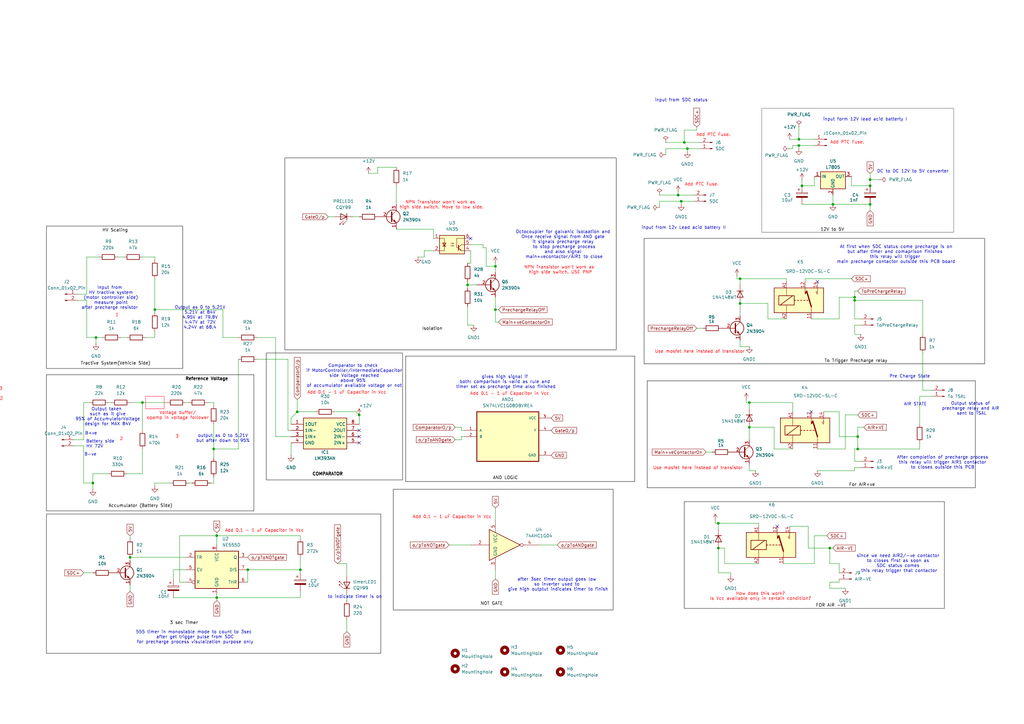
<source format=kicad_sch>
(kicad_sch (version 20231120) (generator "eeschema") (generator_version "8.0")
  (paper "A3")
  (junction (at 307.34 175.26))
  (junction (at 191.77 116.84))
  (junction (at 280.67 58.42))
  (junction (at 63.5 127))
  (junction (at 294.64 224.79))
  (junction (at 307.34 165.1))
  (junction (at 303.53 114.3))
  (junction (at 58.42 165.1))
  (junction (at 356.87 83.82))
  (junction (at 281.94 60.96))
  (junction (at 356.87 76.2))
  (junction (at 87.63 184.15))
  (junction (at 340.36 224.79))
  (junction (at 121.92 168.91))
  (junction (at 327.66 59.69))
  (junction (at 53.34 228.6))
  (junction (at 351.79 184.15))
  (junction (at 203.2 109.22))
  (junction (at 203.2 127))
  (junction (at 278.13 80.01))
  (junction (at 341.63 83.82))
  (junction (at 351.79 179.07))
  (junction (at 123.19 233.68))
  (junction (at 328.93 76.2))
  (junction (at 101.6 233.68))
  (junction (at 88.9 245.11))
  (junction (at 147.32 170.18))
  (junction (at 279.4 82.55))
  (junction (at 294.64 214.63))
  (junction (at 356.87 73.66))
  (junction (at 88.9 219.71))
  (junction (at 327.66 57.15))
  (junction (at 38.1 198.12))
  (junction (at 350.52 121.92))
  (junction (at 350.52 123.19))
  (junction (at 39.37 138.43))
  (junction (at 303.53 124.46))
  (no_connect (at 332.74 168.91))
  (no_connect (at 147.32 176.53))
  (no_connect (at 147.32 181.61))
  (no_connect (at 147.32 179.07))
  (no_connect (at 318.77 215.9))
  (no_connect (at 193.04 97.79))
  (no_connect (at 335.28 115.57))
  (wire (pts (xy 189.23 176.53) (xy 190.5 176.53)))
  (wire (pts (xy 327.66 59.69) (xy 334.01 59.69)))
  (wire (pts (xy 327.66 57.15) (xy 334.01 57.15)))
  (wire (pts (xy 344.17 231.14) (xy 344.17 234.95)))
  (wire (pts (xy 350.52 191.77) (xy 353.06 191.77)))
  (wire (pts (xy 317.5 184.15) (xy 325.12 184.15)))
  (wire (pts (xy 349.25 76.2) (xy 356.87 76.2)))
  (wire (pts (xy 137.16 168.91) (xy 146.05 168.91)))
  (wire (pts (xy 331.47 224.79) (xy 340.36 224.79)))
  (wire (pts (xy 35.56 123.19) (xy 35.56 138.43)))
  (wire (pts (xy 302.26 113.03) (xy 302.26 114.3)))
  (wire (pts (xy 341.63 224.79) (xy 340.36 224.79)))
  (wire (pts (xy 346.71 241.3) (xy 340.36 241.3)))
  (wire (pts (xy 113.03 179.07) (xy 119.38 179.07)))
  (wire (pts (xy 273.05 60.96) (xy 281.94 60.96)))
  (wire (pts (xy 49.53 138.43) (xy 52.07 138.43)))
  (wire (pts (xy 88.9 246.38) (xy 88.9 245.11)))
  (wire (pts (xy 88.9 245.11) (xy 88.9 243.84)))
  (wire (pts (xy 97.79 147.32) (xy 97.79 184.15)))
  (wire (pts (xy 177.8 93.98) (xy 177.8 97.79)))
  (wire (pts (xy 204.47 132.08) (xy 203.2 132.08)))
  (wire (pts (xy 314.96 130.81) (xy 322.58 130.81)))
  (wire (pts (xy 30.48 182.88) (xy 34.29 182.88)))
  (wire (pts (xy 344.17 179.07) (xy 351.79 179.07)))
  (wire (pts (xy 34.29 234.95) (xy 38.1 234.95)))
  (wire (pts (xy 307.34 175.26) (xy 307.34 180.34)))
  (wire (pts (xy 314.96 124.46) (xy 314.96 130.81)))
  (wire (pts (xy 31.75 123.19) (xy 35.56 123.19)))
  (wire (pts (xy 325.12 59.69) (xy 327.66 59.69)))
  (wire (pts (xy 321.31 231.14) (xy 334.01 231.14)))
  (wire (pts (xy 340.36 231.14) (xy 340.36 224.79)))
  (wire (pts (xy 123.19 242.57) (xy 123.19 245.11)))
  (wire (pts (xy 87.63 173.99) (xy 87.63 184.15)))
  (wire (pts (xy 311.15 214.63) (xy 311.15 215.9)))
  (wire (pts (xy 186.69 175.26) (xy 189.23 175.26)))
  (wire (pts (xy 378.46 123.19) (xy 378.46 137.16)))
  (wire (pts (xy 353.06 130.81) (xy 350.52 130.81)))
  (wire (pts (xy 38.1 198.12) (xy 38.1 200.66)))
  (wire (pts (xy 279.4 82.55) (xy 284.48 82.55)))
  (wire (pts (xy 297.18 224.79) (xy 294.64 224.79)))
  (wire (pts (xy 184.15 223.52) (xy 193.04 223.52)))
  (wire (pts (xy 58.42 105.41) (xy 63.5 105.41)))
  (wire (pts (xy 198.12 101.6) (xy 199.39 101.6)))
  (wire (pts (xy 123.19 233.68) (xy 123.19 234.95)))
  (wire (pts (xy 71.12 233.68) (xy 76.2 233.68)))
  (wire (pts (xy 302.26 114.3) (xy 303.53 114.3)))
  (wire (pts (xy 323.85 60.96) (xy 325.12 60.96)))
  (wire (pts (xy 199.39 109.22) (xy 203.2 109.22)))
  (wire (pts (xy 198.12 100.33) (xy 198.12 101.6)))
  (wire (pts (xy 173.99 102.87) (xy 177.8 102.87)))
  (wire (pts (xy 307.34 193.04) (xy 309.88 193.04)))
  (wire (pts (xy 317.5 175.26) (xy 317.5 184.15)))
  (wire (pts (xy 189.23 175.26) (xy 189.23 176.53)))
  (wire (pts (xy 334.01 219.71) (xy 339.09 219.71)))
  (wire (pts (xy 73.66 219.71) (xy 73.66 238.76)))
  (wire (pts (xy 351.79 184.15) (xy 351.79 179.07)))
  (wire (pts (xy 344.17 121.92) (xy 350.52 121.92)))
  (wire (pts (xy 356.87 83.82) (xy 356.87 86.36)))
  (wire (pts (xy 346.71 170.18) (xy 351.79 170.18)))
  (wire (pts (xy 335.28 193.04) (xy 350.52 193.04)))
  (wire (pts (xy 356.87 73.66) (xy 356.87 76.2)))
  (wire (pts (xy 189.23 180.34) (xy 186.69 180.34)))
  (wire (pts (xy 63.5 105.41) (xy 63.5 106.68)))
  (wire (pts (xy 87.63 184.15) (xy 97.79 184.15)))
  (wire (pts (xy 341.63 83.82) (xy 356.87 83.82)))
  (wire (pts (xy 293.37 213.36) (xy 293.37 214.63)))
  (wire (pts (xy 350.52 123.19) (xy 350.52 130.81)))
  (wire (pts (xy 71.12 245.11) (xy 88.9 245.11)))
  (wire (pts (xy 377.19 184.15) (xy 377.19 181.61)))
  (wire (pts (xy 303.53 114.3) (xy 303.53 116.84)))
  (wire (pts (xy 360.68 73.66) (xy 356.87 73.66)))
  (wire (pts (xy 162.56 76.2) (xy 162.56 83.82)))
  (wire (pts (xy 281.94 60.96) (xy 287.02 60.96)))
  (wire (pts (xy 344.17 130.81) (xy 344.17 121.92)))
  (wire (pts (xy 203.2 107.95) (xy 203.2 109.22)))
  (wire (pts (xy 194.31 133.35) (xy 191.77 133.35)))
  (wire (pts (xy 146.05 168.91) (xy 147.32 170.18)))
  (wire (pts (xy 353.06 189.23) (xy 350.52 189.23)))
  (wire (pts (xy 203.2 208.28) (xy 203.2 213.36)))
  (wire (pts (xy 334.01 72.39) (xy 334.01 76.2)))
  (wire (pts (xy 190.5 179.07) (xy 189.23 179.07)))
  (wire (pts (xy 59.69 138.43) (xy 63.5 138.43)))
  (wire (pts (xy 280.67 53.34) (xy 280.67 58.42)))
  (wire (pts (xy 285.75 52.07) (xy 285.75 53.34)))
  (wire (pts (xy 53.34 165.1) (xy 58.42 165.1)))
  (wire (pts (xy 154.94 71.12) (xy 151.13 71.12)))
  (wire (pts (xy 378.46 144.78) (xy 378.46 160.02)))
  (wire (pts (xy 346.71 184.15) (xy 346.71 170.18)))
  (wire (pts (xy 297.18 231.14) (xy 311.15 231.14)))
  (wire (pts (xy 63.5 114.3) (xy 63.5 127)))
  (wire (pts (xy 58.42 165.1) (xy 68.58 165.1)))
  (wire (pts (xy 203.2 121.92) (xy 203.2 127)))
  (wire (pts (xy 123.19 220.98) (xy 123.19 219.71)))
  (wire (pts (xy 121.92 163.83) (xy 121.92 168.91)))
  (wire (pts (xy 191.77 116.84) (xy 191.77 118.11)))
  (wire (pts (xy 88.9 245.11) (xy 123.19 245.11)))
  (wire (pts (xy 191.77 125.73) (xy 191.77 133.35)))
  (wire (pts (xy 123.19 219.71) (xy 88.9 219.71)))
  (wire (pts (xy 378.46 160.02) (xy 382.27 160.02)))
  (wire (pts (xy 193.04 107.95) (xy 191.77 107.95)))
  (wire (pts (xy 350.52 119.38) (xy 350.52 121.92)))
  (wire (pts (xy 118.11 176.53) (xy 119.38 176.53)))
  (wire (pts (xy 87.63 198.12) (xy 87.63 195.58)))
  (wire (pts (xy 191.77 116.84) (xy 195.58 116.84)))
  (wire (pts (xy 377.19 173.99) (xy 377.19 162.56)))
  (wire (pts (xy 173.99 105.41) (xy 171.45 105.41)))
  (wire (pts (xy 191.77 115.57) (xy 191.77 116.84)))
  (wire (pts (xy 278.13 80.01) (xy 284.48 80.01)))
  (wire (pts (xy 303.53 139.7) (xy 303.53 142.24)))
  (wire (pts (xy 129.54 168.91) (xy 121.92 168.91)))
  (wire (pts (xy 325.12 165.1) (xy 325.12 168.91)))
  (wire (pts (xy 91.44 127) (xy 91.44 138.43)))
  (wire (pts (xy 119.38 181.61) (xy 119.38 186.69)))
  (wire (pts (xy 58.42 184.15) (xy 58.42 194.31)))
  (wire (pts (xy 203.2 233.68) (xy 203.2 237.49)))
  (wire (pts (xy 76.2 165.1) (xy 77.47 165.1)))
  (wire (pts (xy 294.64 224.79) (xy 294.64 234.95)))
  (wire (pts (xy 327.66 60.96) (xy 327.66 59.69)))
  (wire (pts (xy 351.79 184.15) (xy 377.19 184.15)))
  (wire (pts (xy 39.37 138.43) (xy 39.37 140.97)))
  (wire (pts (xy 351.79 179.07) (xy 351.79 175.26)))
  (wire (pts (xy 330.2 114.3) (xy 349.25 114.3)))
  (wire (pts (xy 351.79 119.38) (xy 350.52 119.38)))
  (wire (pts (xy 350.52 137.16) (xy 350.52 133.35)))
  (wire (pts (xy 303.53 114.3) (xy 322.58 114.3)))
  (wire (pts (xy 350.52 133.35) (xy 353.06 133.35)))
  (wire (pts (xy 377.19 162.56) (xy 382.27 162.56)))
  (wire (pts (xy 58.42 165.1) (xy 58.42 176.53)))
  (wire (pts (xy 138.43 231.14) (xy 142.24 231.14)))
  (wire (pts (xy 39.37 138.43) (xy 41.91 138.43)))
  (wire (pts (xy 77.47 198.12) (xy 78.74 198.12)))
  (wire (pts (xy 63.5 127) (xy 91.44 127)))
  (wire (pts (xy 289.56 185.42) (xy 292.1 185.42)))
  (wire (pts (xy 34.29 180.34) (xy 34.29 165.1)))
  (wire (pts (xy 35.56 120.65) (xy 35.56 105.41)))
  (wire (pts (xy 331.47 215.9) (xy 331.47 224.79)))
  (wire (pts (xy 325.12 60.96) (xy 325.12 59.69)))
  (wire (pts (xy 63.5 127) (xy 63.5 128.27)))
  (wire (pts (xy 350.52 189.23) (xy 350.52 184.15)))
  (wire (pts (xy 63.5 138.43) (xy 63.5 135.89)))
  (wire (pts (xy 193.04 100.33) (xy 198.12 100.33)))
  (wire (pts (xy 53.34 228.6) (xy 53.34 229.87)))
  (wire (pts (xy 307.34 165.1) (xy 307.34 167.64)))
  (wire (pts (xy 113.03 138.43) (xy 105.41 138.43)))
  (wire (pts (xy 63.5 198.12) (xy 69.85 198.12)))
  (wire (pts (xy 327.66 52.07) (xy 327.66 57.15)))
  (wire (pts (xy 38.1 194.31) (xy 44.45 194.31)))
  (wire (pts (xy 203.2 127) (xy 204.47 127)))
  (wire (pts (xy 354.33 175.26) (xy 351.79 175.26)))
  (wire (pts (xy 199.39 101.6) (xy 199.39 109.22)))
  (wire (pts (xy 307.34 190.5) (xy 307.34 193.04)))
  (wire (pts (xy 34.29 198.12) (xy 38.1 198.12)))
  (wire (pts (xy 307.34 175.26) (xy 317.5 175.26)))
  (wire (pts (xy 193.04 102.87) (xy 193.04 107.95)))
  (wire (pts (xy 323.85 215.9) (xy 331.47 215.9)))
  (wire (pts (xy 113.03 138.43) (xy 113.03 179.07)))
  (wire (pts (xy 203.2 132.08) (xy 203.2 127)))
  (wire (pts (xy 88.9 218.44) (xy 88.9 219.71)))
  (wire (pts (xy 280.67 58.42) (xy 287.02 58.42)))
  (wire (pts (xy 53.34 228.6) (xy 76.2 228.6)))
  (wire (pts (xy 144.78 88.9) (xy 147.32 88.9)))
  (wire (pts (xy 350.52 184.15) (xy 351.79 184.15)))
  (wire (pts (xy 356.87 71.12) (xy 356.87 73.66)))
  (wire (pts (xy 162.56 93.98) (xy 177.8 93.98)))
  (wire (pts (xy 270.51 85.09) (xy 270.51 82.55)))
  (wire (pts (xy 332.74 130.81) (xy 344.17 130.81)))
  (wire (pts (xy 328.93 83.82) (xy 341.63 83.82)))
  (wire (pts (xy 88.9 223.52) (xy 88.9 219.71)))
  (wire (pts (xy 330.2 115.57) (xy 330.2 114.3)))
  (wire (pts (xy 328.93 73.66) (xy 328.93 76.2)))
  (wire (pts (xy 285.75 134.62) (xy 288.29 134.62)))
  (wire (pts (xy 297.18 224.79) (xy 297.18 231.14)))
  (wire (pts (xy 53.34 240.03) (xy 53.34 242.57)))
  (wire (pts (xy 203.2 109.22) (xy 203.2 111.76)))
  (wire (pts (xy 142.24 231.14) (xy 142.24 236.22)))
  (wire (pts (xy 294.64 234.95) (xy 299.72 234.95)))
  (wire (pts (xy 86.36 198.12) (xy 87.63 198.12)))
  (wire (pts (xy 294.64 214.63) (xy 294.64 217.17)))
  (wire (pts (xy 35.56 138.43) (xy 39.37 138.43)))
  (wire (pts (xy 270.51 80.01) (xy 278.13 80.01)))
  (wire (pts (xy 270.51 82.55) (xy 279.4 82.55)))
  (wire (pts (xy 121.92 168.91) (xy 119.38 171.45)))
  (wire (pts (xy 294.64 214.63) (xy 311.15 214.63)))
  (wire (pts (xy 285.75 53.34) (xy 280.67 53.34)))
  (wire (pts (xy 273.05 63.5) (xy 273.05 60.96)))
  (wire (pts (xy 134.62 88.9) (xy 137.16 88.9)))
  (wire (pts (xy 334.01 76.2) (xy 328.93 76.2)))
  (wire (pts (xy 34.29 165.1) (xy 36.83 165.1)))
  (wire (pts (xy 349.25 72.39) (xy 349.25 76.2)))
  (wire (pts (xy 189.23 179.07) (xy 189.23 180.34)))
  (wire (pts (xy 350.52 193.04) (xy 350.52 191.77)))
  (wire (pts (xy 344.17 231.14) (xy 340.36 231.14)))
  (wire (pts (xy 147.32 170.18) (xy 147.32 173.99)))
  (wire (pts (xy 303.53 124.46) (xy 303.53 129.54)))
  (wire (pts (xy 31.75 120.65) (xy 35.56 120.65)))
  (wire (pts (xy 306.07 165.1) (xy 307.34 165.1)))
  (wire (pts (xy 48.26 105.41) (xy 50.8 105.41)))
  (wire (pts (xy 118.11 147.32) (xy 118.11 176.53)))
  (wire (pts (xy 63.5 199.39) (xy 63.5 198.12)))
  (wire (pts (xy 52.07 194.31) (xy 58.42 194.31)))
  (wire (pts (xy 281.94 60.96) (xy 281.94 62.23)))
  (wire (pts (xy 154.94 68.58) (xy 154.94 71.12)))
  (wire (pts (xy 44.45 165.1) (xy 45.72 165.1)))
  (wire (pts (xy 85.09 165.1) (xy 87.63 165.1)))
  (wire (pts (xy 53.34 219.71) (xy 53.34 220.98)))
  (wire (pts (xy 307.34 165.1) (xy 325.12 165.1)))
  (wire (pts (xy 299.72 234.95) (xy 299.72 236.22)))
  (wire (pts (xy 34.29 182.88) (xy 34.29 198.12)))
  (wire (pts (xy 154.94 68.58) (xy 162.56 68.58)))
  (wire (pts (xy 38.1 194.31) (xy 38.1 198.12)))
  (wire (pts (xy 350.52 121.92) (xy 350.52 123.19)))
  (wire (pts (xy 71.12 237.49) (xy 71.12 233.68)))
  (wire (pts (xy 303.53 124.46) (xy 314.96 124.46)))
  (wire (pts (xy 87.63 165.1) (xy 87.63 166.37)))
  (wire (pts (xy 273.05 58.42) (xy 280.67 58.42)))
  (wire (pts (xy 91.44 138.43) (xy 97.79 138.43)))
  (wire (pts (xy 278.13 78.74) (xy 278.13 80.01)))
  (wire (pts (xy 350.52 123.19) (xy 378.46 123.19)))
  (wire (pts (xy 340.36 238.76) (xy 340.36 241.3)))
  (wire (pts (xy 306.07 163.83) (xy 306.07 165.1)))
  (wire (pts (xy 303.53 142.24) (xy 307.34 142.24)))
  (wire (pts (xy 173.99 102.87) (xy 173.99 105.41)))
  (wire (pts (xy 35.56 105.41) (xy 40.64 105.41)))
  (wire (pts (xy 119.38 171.45) (xy 119.38 173.99)))
  (wire (pts (xy 293.37 214.63) (xy 294.64 214.63)))
  (wire (pts (xy 101.6 233.68) (xy 101.6 238.76)))
  (wire (pts (xy 350.52 137.16) (xy 353.06 137.16)))
  (wire (pts (xy 73.66 238.76) (xy 76.2 238.76)))
  (wire (pts (xy 337.82 168.91) (xy 344.17 168.91)))
  (wire (pts (xy 335.28 184.15) (xy 346.71 184.15)))
  (wire (pts (xy 88.9 219.71) (xy 73.66 219.71)))
  (wire (pts (xy 123.19 228.6) (xy 123.19 233.68)))
  (wire (pts (xy 322.58 114.3) (xy 322.58 115.57)))
  (wire (pts (xy 334.01 231.14) (xy 334.01 219.71)))
  (wire (pts (xy 340.36 238.76) (xy 344.17 238.76)))
  (wire (pts (xy 341.63 80.01) (xy 341.63 83.82)))
  (wire (pts (xy 279.4 82.55) (xy 279.4 83.82)))
  (wire (pts (xy 30.48 180.34) (xy 34.29 180.34)))
  (wire (pts (xy 142.24 243.84) (xy 142.24 246.38)))
  (wire (pts (xy 118.11 147.32) (xy 105.41 147.32)))
  (wire (pts (xy 220.98 223.52) (xy 228.6 223.52)))
  (wire (pts (xy 344.17 238.76) (xy 344.17 237.49)))
  (wire (pts (xy 87.63 184.15) (xy 87.63 187.96)))
  (wire (pts (xy 323.85 57.15) (xy 327.66 57.15)))
  (wire (pts (xy 142.24 254) (xy 142.24 259.08)))
  (wire (pts (xy 344.17 168.91) (xy 344.17 179.07)))
  (wire (pts (xy 101.6 233.68) (xy 123.19 233.68)))
  (rectangle (start 19.05 92.71) (end 74.93 151.13) (stroke (width 0) (color 0 0 0 1)))
  (rectangle (start 109.22 144.78) (end 165.1 196.85) (stroke (width 0) (color 0 0 0 1)))
  (rectangle (start 116.84 64.77) (end 252.73 143.51) (stroke (width 0) (color 0 0 0 1)))
  (rectangle (start 59.69 162.56) (end 67.31 167.64) (stroke (width 0) (color 255 0 53 1)))
  (rectangle (start 312.42 44.45) (end 391.16 95.25) (stroke (width 0.1) (color 0 0 0 1)))
  (rectangle (start 264.16 97.79) (end 403.86 149.225) (stroke (width 0) (color 0 0 0 1)))
  (rectangle (start 280.67 205.74) (end 387.35 249.555) (stroke (width 0) (color 0 0 0 1)))
  (rectangle (start 19.05 153.67) (end 104.14 209.55) (stroke (width 0) (color 0 0 0 1)))
  (rectangle (start 265.43 156.21) (end 400.05 200.025) (stroke (width 0) (color 0 0 0 1)))
  (rectangle (start 161.29 200.66) (end 251.46 250.19) (stroke (width 0) (color 0 0 0 1)))
  (rectangle (start 19.05 210.82) (end 156.21 267.97) (stroke (width 0) (color 0 0 0 1)))
  (rectangle (start 166.37 146.05) (end 260.35 197.485) (stroke (width 0) (color 0 0 0 1)))
  (text "since we need AIR2/-ve contactor \nto closes first as soon as \nSDC status comes \nthis relay trigger that contactor" (at 368.808 231.14 0) (effects (font (size 1.27 1.27))))
  (text "B+ve" (at 37.338 177.8 0) (effects (font (size 1.27 1.27))))
  (text "FOR AIR -VE" (at 340.868 248.412 0) (effects (font (size 1.27 1.27))))
  (text "After completion of precharge process\nthis relay will trigger AIR1 contactor\n to closes outside this PCB " (at 386.588 189.738 0) (effects (font (size 1.27 1.27))))
  (text "Output taken \nsuch as it give\n95% of AccumulatorVoltage\ndesign for MAX 84V" (at 44.196 170.942 0) (effects (font (size 1.27 1.27))))
  (text "B-ve" (at 37.084 186.436 0) (effects (font (size 1.27 1.27))))
  (text "Battery side" (at 41.148 181.102 0) (effects (font (size 1.27 1.27))))
  (text "output as 0 to 5.21V\nbut after down to 95%" (at 91.44 179.832 0) (effects (font (size 1.27 1.27))))
  (text "Add PTC Fuse." (at 292.608 55.372 0) (effects (font (size 1.27 1.27))))
  (text "NPN Transistor won't work as\n high side switch. USE PNP" (at 229.362 110.744 0) (effects (font (size 1.27 1.27))))
  (text "COMPARATOR" (at 134.366 194.564 0) (effects (font (size 1.27 1.27) (thickness 0.254) (bold yes))))
  (text "Output status of \nprecharge relay and AIR \nsent to TSAL" (at 398.526 167.64 0) (effects (font (size 1.27 1.27))))
  (text "input from SDC status" (at 279.4 41.148 0) (effects (font (size 1.27 1.27))))
  (text "NOT GATE" (at 201.676 247.65 0) (effects (font (size 1.27 1.27))))
  (text "Comparator to check \nif MotorController/intermediateCapacitor\nside Voltage reached\nabove 95% \nof accumulator available voltage or not" (at 145.288 154.178 0) (effects (font (size 1.27 1.27))))
  (text "Isolation" (at 177.292 134.874 0) (effects (font (size 1.27 1.27))))
  (text "How does this work?\nIs Vcc available only in certain condition?" (at 311.912 244.602 0) (effects (font (size 1.27 1.27))))
  (text "At first when SDC status come precharge is on\nbut after timer and comaprison finishes \nthis relay will trigger \nmain precharge contactor outside this PCB board" (at 367.538 104.394 0) (effects (font (size 1.27 1.27))))
  (text "NPN Transistor won't work as\n high side switch. Move to low side." (at 180.594 84.074 0) (effects (font (size 1.27 1.27))))
  (text "Use mosfet here instead of transistor" (at 286.258 192.024 0) (effects (font (size 1.27 1.27))))
  (text "3 sec Timer" (at 75.438 255.524 0) (effects (font (size 1.27 1.27))))
  (text "after 3sec timer output goes low \nso inverter used to \ngive high outptut indicates timer to finish" (at 228.854 239.776 0) (effects (font (size 1.27 1.27))))
  (text "Reference Voltage" (at 75.946 156.21 0) (effects (font (size 1.27 1.27) (thickness 0.254) (bold yes)) (justify left bottom)))
  (text "Add PTC Fuse." (at 287.782 75.692 0) (effects (font (size 1.27 1.27))))
  (text "Pre Charge State" (at 373.126 154.432 0) (effects (font (size 1.27 1.27))))
  (text "12V to 5V\n" (at 341.376 94.234 0) (effects (font (size 1.27 1.27))))
  (text "555 timer in monostable mode to count to 3sec \nafter get trigger pulse from SDC\nfor precharge process visulaization purpose only" (at 80.01 261.366 0) (effects (font (size 1.27 1.27))))
  (text "Use mosfet here instead of transistor" (at 287.02 144.272 0) (effects (font (size 1.27 1.27))))
  (text "Add PTC Fuse." (at 347.472 58.42 0) (effects (font (size 1.27 1.27))))
  (text "gives high signal if \nboth: comparison is valid as rule and \ntimer set as precharge time also finished" (at 207.518 156.718 0) (effects (font (size 1.27 1.27))))
  (text "input form 12V lead acid batterty I" (at 354.838 49.022 0) (effects (font (size 1.27 1.27))))
  (text "Output as 0 to 5.21V\n5.21V at 84V\n4.95V at 79.8V\n4.47V at 72V\n4.24V at 68.4" (at 82.042 130.302 0) (effects (font (size 1.27 1.27))))
  (text "Add 0.1 - 1 uF Capacitor in Vcc" (at 108.458 217.678 0) (effects (font (size 1.27 1.27))))
  (text "AIR STATE\n" (at 375.412 165.862 0) (effects (font (size 1.27 1.27))))
  (text "DC to DC 12V to 5V converter" (at 374.396 70.358 0) (effects (font (size 1.27 1.27))))
  (text "Tractive System(Vehicle Side)" (at 33.02 149.86 0) (effects (font (size 1.27 1.27)) (justify left bottom)))
  (text "HV 72V" (at 38.862 183.134 0) (effects (font (size 1.27 1.27))))
  (text "2" (at 49.784 180.086 0) (effects (font (size 1.27 1.27))))
  (text "Octocoupler for galvanic isolaation and \nOnce receive signal from AND gate \nit signals precharge relay \nto stop precharge process\nand also signal \nmain+vecontactor/AIR1 to close" (at 231.394 100.33 0) (effects (font (size 1.27 1.27))))
  (text "Voltage buffer/\nopamp in voltage follower" (at 72.898 170.434 0) (effects (font (size 1.27 1.27))))
  (text "Add 0.1 - 1 uF Capacitor in Vcc" (at 142.24 161.036 0) (effects (font (size 1.27 1.27))))
  (text "HV Scaling" (at 41.91 95.25 0) (effects (font (size 1.27 1.27)) (justify left bottom)))
  (text "Input from \nHV tractive system\n(motor controller side)\nmeasure point\nafter precharge resistor " (at 45.466 122.174 0) (effects (font (size 1.27 1.27))))
  (text "For AIR+ve" (at 353.568 198.882 0) (effects (font (size 1.27 1.27))))
  (text "1" (at 48.006 129.286 0) (effects (font (size 1.27 1.27))))
  (text "3" (at 72.644 179.07 0) (effects (font (size 1.27 1.27))))
  (text "AND LOGIC \n" (at 207.772 196.088 0) (effects (font (size 1.27 1.27))))
  (text "Add 0.1 - 1 uF Capacitor in Vcc" (at 185.42 212.09 0) (effects (font (size 1.27 1.27))))
  (text "to indicate timer is on" (at 145.542 244.856 0) (effects (font (size 1.27 1.27))))
  (text "Add 0.1 - 1 uF Capacitor in Vcc" (at 209.042 161.544 0) (effects (font (size 1.27 1.27))))
  (text "Accumulator (Battery Side)" (at 44.45 208.28 0) (effects (font (size 1.27 1.27)) (justify left bottom)))
  (text "Can't properly undertand how this is suppoed to work.\nIf you are tryig to get comparable voltage from out put of 2 with 1 via 3\nIt won't work unless either\n- you increase resistance in 3 much higher compared to resistances in 2\n- Add a voltage buffer between to and 3" (at -35.306 161.544 0) (effects (font (size 1.27 1.27))))
  (text "To Trigger Precharge relay" (at 351.028 148.082 0) (effects (font (size 1.27 1.27))))
  (text "input from 12v Lead acid battery II" (at 280.416 93.472 0) (effects (font (size 1.27 1.27))))
  (global_label "GateO{slash}p" (shape input) (at 226.06 176.53 0) (property "Intersheetrefs" "${INTERSHEET_REFS}" (effects (hide yes))))
  (global_label "PrechargeRelayOff" (shape input) (at 285.75 134.62 180) (property "Intersheetrefs" "${INTERSHEET_REFS}" (effects (hide yes))))
  (global_label "o{slash}pToNOTgate" (shape input) (at 138.43 231.14 90) (property "Intersheetrefs" "${INTERSHEET_REFS}" (effects (hide yes))))
  (global_label "SDC+" (shape input) (at 34.29 234.95 180) (property "Intersheetrefs" "${INTERSHEET_REFS}" (effects (hide yes))))
  (global_label "SDC+" (shape input) (at 351.79 170.18 0) (property "Intersheetrefs" "${INTERSHEET_REFS}" (effects (hide yes))))
  (global_label "Main+veContactorOn" (shape input) (at 289.56 185.42 180) (property "Intersheetrefs" "${INTERSHEET_REFS}" (effects (hide yes))))
  (global_label "GND" (shape input) (at 203.2 237.49 270) (property "Intersheetrefs" "${INTERSHEET_REFS}" (effects (hide yes))))
  (global_label "SDC+" (shape input) (at 285.75 52.07 90) (property "Intersheetrefs" "${INTERSHEET_REFS}" (effects (hide yes))))
  (global_label "GND" (shape input) (at 142.24 259.08 270) (property "Intersheetrefs" "${INTERSHEET_REFS}" (effects (hide yes))))
  (global_label "Main+veContactorOn" (shape input) (at 204.47 132.08 0) (property "Intersheetrefs" "${INTERSHEET_REFS}" (effects (hide yes))))
  (global_label "ToPreChargeRelay" (shape input) (at 351.79 119.38 0) (property "Intersheetrefs" "${INTERSHEET_REFS}" (effects (hide yes))))
  (global_label "GND" (shape input) (at 356.87 86.36 270) (property "Intersheetrefs" "${INTERSHEET_REFS}" (effects (hide yes))))
  (global_label "AIR+VE" (shape input) (at 354.33 175.26 0) (property "Intersheetrefs" "${INTERSHEET_REFS}" (effects (hide yes))))
  (global_label "5V" (shape input) (at 88.9 218.44 90) (property "Intersheetrefs" "${INTERSHEET_REFS}" (effects (hide yes))))
  (global_label "o{slash}pToANDgate" (shape input) (at 186.69 180.34 180) (property "Intersheetrefs" "${INTERSHEET_REFS}" (effects (hide yes))))
  (global_label "GND" (shape input) (at 226.06 186.69 0) (property "Intersheetrefs" "${INTERSHEET_REFS}" (effects (hide yes))))
  (global_label "5V" (shape input) (at 226.06 171.45 0) (property "Intersheetrefs" "${INTERSHEET_REFS}" (effects (hide yes))))
  (global_label "SDC+" (shape input) (at 349.25 114.3 0) (property "Intersheetrefs" "${INTERSHEET_REFS}" (effects (hide yes))))
  (global_label "PrechargeRelayOff" (shape input) (at 204.47 127 0) (property "Intersheetrefs" "${INTERSHEET_REFS}" (effects (hide yes))))
  (global_label "o{slash}pToANDgate" (shape input) (at 228.6 223.52 0) (property "Intersheetrefs" "${INTERSHEET_REFS}" (effects (hide yes))))
  (global_label "ComparatorO{slash}p" (shape input) (at 121.92 163.83 90) (property "Intersheetrefs" "${INTERSHEET_REFS}" (effects (hide yes))))
  (global_label "5V" (shape input) (at 203.2 208.28 90) (property "Intersheetrefs" "${INTERSHEET_REFS}" (effects (hide yes))))
  (global_label "SDC+" (shape input) (at 339.09 219.71 0) (property "Intersheetrefs" "${INTERSHEET_REFS}" (effects (hide yes))))
  (global_label "GND" (shape input) (at 88.9 246.38 270) (property "Intersheetrefs" "${INTERSHEET_REFS}" (effects (hide yes))))
  (global_label "5V" (shape input) (at 356.87 71.12 90) (property "Intersheetrefs" "${INTERSHEET_REFS}" (effects (hide yes))))
  (global_label "GateO{slash}p" (shape input) (at 134.62 88.9 180) (property "Intersheetrefs" "${INTERSHEET_REFS}" (effects (hide yes))))
  (global_label "ComparatorO{slash}p" (shape input) (at 186.69 175.26 180) (property "Intersheetrefs" "${INTERSHEET_REFS}" (effects (hide yes))))
  (global_label "o{slash}pToNOTgate" (shape input) (at 184.15 223.52 180) (property "Intersheetrefs" "${INTERSHEET_REFS}" (effects (hide yes))))
  (global_label "AIR-VE" (shape input) (at 341.63 224.79 0) (property "Intersheetrefs" "${INTERSHEET_REFS}" (effects (hide yes))))
  (global_label "GND" (shape input) (at 53.34 242.57 270) (property "Intersheetrefs" "${INTERSHEET_REFS}" (effects (hide yes))))
  (global_label "o{slash}pToNOTgate" (shape input) (at 101.6 228.6 0) (property "Intersheetrefs" "${INTERSHEET_REFS}" (effects (hide yes))))
  (global_label "5V" (shape input) (at 53.34 219.71 90) (property "Intersheetrefs" "${INTERSHEET_REFS}" (effects (hide yes))))
  (symbol (lib_id "power:GND") (at 39.37 140.97 0) (unit 1)
    (property "Reference" "#PWR011" (effects (hide yes)))
    (property "Value" "GND" (at 39.37 146.05 0))
    (property "Description" "Power symbol creates a global label with name \"GND\" , ground" (effects (hide yes)))
  )
  (symbol (lib_id "power:GND") (at 327.66 60.96 0) (unit 1)
    (property "Reference" "#PWR01" (effects (hide yes)))
    (property "Value" "GND" (at 327.66 66.04 0))
    (property "Description" "Power symbol creates a global label with name \"GND\" , ground" (effects (hide yes)))
  )
  (symbol (lib_id "power:+12V") (at 151.13 71.12 0) (unit 1)
    (property "Reference" "#PWR012" (effects (hide yes)))
    (property "Value" "+12V" (at 151.13 66.04 0))
    (property "Description" "Power symbol creates a global label with name \"+12V\"" (effects (hide yes)))
  )
  (symbol (lib_id "Connector:Conn_01x02_Pin") (at 292.1 60.96 180) (unit 1)
    (property "Reference" "J6" (at 293.37 58.4199 0) (effects (justify right)))
    (property "Value" "SDC" (at 293.37 60.9599 0) (effects (justify right)))
    (property "Footprint" "TerminalBlock_Phoenix:TerminalBlock_Phoenix_MKDS-1,5-2-5.08_1x02_P5.08mm_Horizontal" (effects (hide yes)))
    (property "Description" "Generic connector, single row, 01x02, script generated" (effects (hide yes)))
  )
  (symbol (lib_id "power:+12V") (at 328.93 73.66 0) (unit 1)
    (property "Reference" "#PWR02" (effects (hide yes)))
    (property "Value" "+12V" (at 328.93 69.596 0))
    (property "Description" "Power symbol creates a global label with name \"+12V\"" (effects (hide yes)))
  )
  (symbol (lib_id "Transistor_BJT:2N3904") (at 300.99 134.62 0) (unit 1)
    (property "Reference" "Q4" (at 306.07 133.3499 0) (effects (justify left)))
    (property "Value" "2N3904" (at 306.07 135.8899 0) (effects (justify left)))
    (property "Footprint" "Package_TO_SOT_THT:TO-92_Inline_Wide" (effects (hide yes)))
    (property "Datasheet" "https://www.onsemi.com/pub/Collateral/2N3903-D.PDF" (effects (hide yes)))
    (property "Description" "0.2A Ic, 40V Vce, Small Signal NPN Transistor, TO-92" (effects (hide yes)))
  )
  (symbol (lib_id "Device:R") (at 191.77 121.92 0) (unit 1)
    (property "Reference" "R31" (at 194.31 120.65 0) (effects (justify left)))
    (property "Value" "10k" (at 194.31 123.19 0) (effects (justify left)))
    (property "Footprint" "Resistor_THT:R_Axial_DIN0207_L6.3mm_D2.5mm_P10.16mm_Horizontal" (effects (hide yes)))
  )
  (symbol (lib_name "GND1_1") (lib_id "power:GND1") (at 194.31 133.35 0) (unit 1)
    (property "Reference" "#PWR019" (effects (hide yes)))
    (property "Value" "GND1" (at 194.31 138.43 0))
    (property "Description" "Power symbol creates a global label with name \"GND1\" , ground" (effects (hide yes)))
  )
  (symbol (lib_id "Device:C_Polarized") (at 328.93 80.01 0) (unit 1)
    (property "Reference" "C3" (at 321.564 80.01 0) (effects (justify left)))
    (property "Value" "10uF" (at 320.548 82.042 0) (effects (justify left)))
    (property "Footprint" "Capacitor_THT:CP_Radial_D4.0mm_P2.00mm" (effects (hide yes)))
    (property "Description" "Polarized capacitor" (effects (hide yes)))
  )
  (symbol (lib_id "Device:R") (at 54.61 105.41 90) (unit 1)
    (property "Reference" "R13" (at 54.61 99.06 90))
    (property "Value" "47k" (at 54.61 101.6 90))
    (property "Footprint" "Resistor_THT:R_Axial_DIN0207_L6.3mm_D2.5mm_P10.16mm_Horizontal" (effects (hide yes)))
  )
  (symbol (lib_id "Connector:Conn_01x02_Pin") (at 349.25 237.49 180) (unit 1)
    (property "Reference" "J9" (at 350.52 234.9499 0) (effects (justify right)))
    (property "Value" "AIR-VE" (at 350.52 237.4899 0) (effects (justify right)))
    (property "Footprint" "TerminalBlock_Phoenix:TerminalBlock_Phoenix_MKDS-1,5-2-5.08_1x02_P5.08mm_Horizontal" (effects (hide yes)))
    (property "Description" "Generic connector, single row, 01x02, script generated" (effects (hide yes)))
  )
  (symbol (lib_id "power:+12V") (at 203.2 107.95 0) (unit 1)
    (property "Reference" "#PWR013" (effects (hide yes)))
    (property "Value" "VCC" (at 203.2 102.87 0))
    (property "Description" "Power symbol creates a global label with name \"+12V\"" (effects (hide yes)))
  )
  (symbol (lib_id "power:PWR_FLAG") (at 273.05 63.5 90) (unit 1)
    (property "Reference" "#FLG04" (effects (hide yes)))
    (property "Value" "PWR_FLAG" (at 269.24 63.4999 90) (effects (justify left)))
    (property "Description" "Special symbol for telling ERC where power comes from" (effects (hide yes)))
  )
  (symbol (lib_id "Device:R") (at 101.6 138.43 90) (unit 1)
    (property "Reference" "R26" (at 101.6 132.08 90))
    (property "Value" "1k" (at 101.6 134.62 90))
    (property "Footprint" "Resistor_THT:R_Axial_DIN0207_L6.3mm_D2.5mm_P10.16mm_Horizontal" (effects (hide yes)))
  )
  (symbol (lib_id "Connector:Conn_01x02_Pin") (at 358.14 133.35 180) (unit 1)
    (property "Reference" "J5" (at 359.41 130.8099 0) (effects (justify right)))
    (property "Value" "ToPreChargeRelay" (at 359.41 133.3499 0) (effects (justify right)))
    (property "Footprint" "TerminalBlock_Phoenix:TerminalBlock_Phoenix_MKDS-1,5-2-5.08_1x02_P5.08mm_Horizontal" (effects (hide yes)))
    (property "Description" "Generic connector, single row, 01x02, script generated" (effects (hide yes)))
  )
  (symbol (lib_id "Connector:Conn_01x02_Pin") (at 387.35 162.56 180) (unit 1)
    (property "Reference" "J8" (at 388.62 160.0199 0) (effects (justify right)))
    (property "Value" "To TSAL" (at 388.62 162.5599 0) (effects (justify right)))
    (property "Footprint" "TerminalBlock_Phoenix:TerminalBlock_Phoenix_MKDS-1,5-2-5.08_1x02_P5.08mm_Horizontal" (effects (hide yes)))
    (property "Description" "Generic connector, single row, 01x02, script generated" (effects (hide yes)))
  )
  (symbol (lib_id "Diode:1N4148WT") (at 307.34 171.45 270) (unit 1)
    (property "Reference" "D2" (at 301.244 170.688 90) (effects (justify left)))
    (property "Value" "1N4148WT" (at 295.91 172.72 90) (effects (justify left)))
    (property "Footprint" "Diode_THT:D_A-405_P7.62mm_Horizontal" (effects (hide yes)))
    (property "Datasheet" "https://www.diodes.com/assets/Datasheets/ds30396.pdf" (effects (hide yes)))
    (property "Description" "75V 0.15A Fast switching Diode, SOD-523" (effects (hide yes)))
    (property "Sim.Device" "D" (effects (hide yes)))
    (property "Sim.Pins" "1=K 2=A" (effects (hide yes)))
  )
  (symbol (lib_id "Isolator:4N35") (at 185.42 100.33 0) (unit 1)
    (property "Reference" "U3" (at 185.42 91.44 0))
    (property "Value" "4N35" (at 185.42 93.98 0))
    (property "Footprint" "Package_DIP:DIP-6_W7.62mm" (effects (hide yes)))
    (property "Datasheet" "https://www.vishay.com/docs/81181/4n35.pdf" (effects (hide yes)))
  )
  (symbol (lib_id "Single AND Gate:SN74LVC1G08DBVRE4") (at 208.28 179.07 0) (unit 1)
    (property "Reference" "AND1" (at 208.28 163.83 0))
    (property "Value" "SN74LVC1G08DBVRE4" (at 208.28 166.37 0))
    (property "Footprint" "SN74LVC1G08DBVRE4:SOT95P280X145-5N" (effects (hide yes)))
    (property "MF" "Texas Instruments" (effects (hide yes)))
    (property "Description_1" "\nSingle 2-Input Positive-AND Gate 5-SOT-23 -40 to 125\n" (effects (hide yes)))
    (property "Package" "SOT-23-5 Texas Instruments" (effects (hide yes)))
    (property "Price" "None" (effects (hide yes)))
    (property "SnapEDA_Link" "https://www.snapeda.com/parts/SN74LVC1G08DBVRE4/Texas+Instruments/view-part/?ref=snap" (effects (hide yes)))
    (property "MP" "SN74LVC1G08DBVRE4" (effects (hide yes)))
    (property "Purchase-URL" "https://www.snapeda.com/api/url_track_click_mouser/?unipart_id=1209216&manufacturer=Texas Instruments&part_name=SN74LVC1G08DBVRE4&search_term=sn74lvc1g08" (effects (hide yes)))
    (property "Availability" "In Stock" (effects (hide yes)))
    (property "Check_prices" "https://www.snapeda.com/parts/SN74LVC1G08DBVRE4/Texas+Instruments/view-part/?ref=eda" (effects (hide yes)))
  )
  (symbol (lib_id "power:+12V") (at 147.32 170.18 0) (unit 1)
    (property "Reference" "#PWR017" (effects (hide yes)))
    (property "Value" "+12V" (at 149.86 166.37 0))
  )
  (symbol (lib_id "Device:R") (at 87.63 191.77 0) (unit 1)
    (property "Reference" "R25" (at 90.17 190.5 0) (effects (justify left)))
    (property "Value" "12k" (at 90.17 193.04 0) (effects (justify left)))
    (property "Footprint" "Resistor_THT:R_Axial_DIN0207_L6.3mm_D2.5mm_P10.16mm_Horizontal" (effects (hide yes)))
  )
  (symbol (lib_id "Diode:1N4148WT") (at 294.64 220.98 270) (unit 1)
    (property "Reference" "D1" (at 288.544 220.218 90) (effects (justify left)))
    (property "Value" "1N4148WT" (at 283.21 222.25 90) (effects (justify left)))
    (property "Footprint" "Diode_THT:D_A-405_P7.62mm_Horizontal" (effects (hide yes)))
    (property "Datasheet" "https://www.diodes.com/assets/Datasheets/ds30396.pdf" (effects (hide yes)))
    (property "Description" "75V 0.15A Fast switching Diode, SOD-523" (effects (hide yes)))
    (property "Sim.Device" "D" (effects (hide yes)))
    (property "Sim.Pins" "1=K 2=A" (effects (hide yes)))
  )
  (symbol (lib_id "Relay:Relay_SPDT") (at 330.2 176.53 0) (unit 1)
    (property "Reference" "K4" (at 328.676 159.004 0) (effects (justify left)))
    (property "Value" "SRD-12VDC-SL-C" (at 325.374 162.306 0) (effects (justify left)))
    (property "Footprint" "Relay_THT:Relay_SPDT_Hongfa_HF3F-L-xx-1ZL1T" (effects (hide yes)))
    (property "Description" "Relay SPDT, monostable, EN50005" (effects (hide yes)))
  )
  (symbol (lib_id "Device:R") (at 63.5 110.49 0) (unit 1)
    (property "Reference" "R15" (at 66.04 109.22 0) (effects (justify left)))
    (property "Value" "20k" (at 66.04 111.76 0) (effects (justify left)))
    (property "Footprint" "Resistor_THT:R_Axial_DIN0207_L6.3mm_D2.5mm_P10.16mm_Horizontal" (effects (hide yes)))
  )
  (symbol (lib_id "Device:R") (at 58.42 180.34 0) (unit 1)
    (property "Reference" "R14" (at 60.96 179.07 0) (effects (justify left)))
    (property "Value" "470k" (at 60.96 181.61 0) (effects (justify left)))
    (property "Footprint" "Resistor_THT:R_Axial_DIN0207_L6.3mm_D2.5mm_P10.16mm_Horizontal" (effects (hide yes)))
  )
  (symbol (lib_id "power:GND") (at 38.1 200.66 0) (unit 1)
    (property "Reference" "#PWR09" (effects (hide yes)))
    (property "Value" "GND" (at 38.1 205.74 0))
    (property "Description" "Power symbol creates a global label with name \"GND\" , ground" (effects (hide yes)))
  )
  (symbol (lib_id "power:PWR_FLAG") (at 270.51 80.01 0) (unit 1)
    (property "Reference" "#FLG05" (effects (hide yes)))
    (property "Value" "PWR_FLAG" (at 270.51 74.93 0))
    (property "Description" "Special symbol for telling ERC where power comes from" (effects (hide yes)))
  )
  (symbol (lib_id "power:PWR_FLAG") (at 270.51 85.09 90) (unit 1)
    (property "Reference" "#FLG06" (effects (hide yes)))
    (property "Value" "PWR_FLAG" (at 266.7 85.0899 90) (effects (justify left)))
    (property "Description" "Special symbol for telling ERC where power comes from" (effects (hide yes)))
  )
  (symbol (lib_id "Device:R") (at 123.19 224.79 180) (unit 1)
    (property "Reference" "R3" (at 125.73 223.5199 0) (effects (justify right)))
    (property "Value" "272k" (at 125.73 226.0599 0) (effects (justify right)))
    (property "Footprint" "Resistor_THT:R_Axial_DIN0207_L6.3mm_D2.5mm_P10.16mm_Horizontal" (effects (hide yes)))
    (property "Description" "Resistor" (effects (hide yes)))
  )
  (symbol (lib_name "GND1_1") (lib_id "power:GND1") (at 335.28 193.04 0) (unit 1)
    (property "Reference" "#PWR023" (effects (hide yes)))
    (property "Value" "GND1" (at 335.28 198.12 0))
    (property "Description" "Power symbol creates a global label with name \"GND1\" , ground" (effects (hide yes)))
  )
  (symbol (lib_id "Connector:Conn_01x02_Pin") (at 339.09 57.15 0) (mirror y) (unit 1)
    (property "Reference" "J1" (at 337.566 54.61 0) (effects (justify right)))
    (property "Value" "Conn_01x02_Pin" (at 339.852 54.61 0) (effects (justify right)))
    (property "Footprint" "TerminalBlock_Phoenix:TerminalBlock_Phoenix_MKDS-1,5-2-5.08_1x02_P5.08mm_Horizontal" (effects (hide yes)))
    (property "Description" "Generic connector, single row, 01x02, script generated" (effects (hide yes)))
  )
  (symbol (lib_id "Mechanical:MountingHole") (at 186.69 274.32 0) (unit 1) (exclude_from_sim yes) (in_bom no)
    (property "Reference" "H2" (at 189.23 273.0499 0) (effects (justify left)))
    (property "Value" "MountingHole" (at 189.23 275.5899 0) (effects (justify left)))
    (property "Footprint" "MountingHole:MountingHole_4.3mm_M4" (effects (hide yes)))
    (property "Description" "Mounting Hole without connection" (effects (hide yes)))
  )
  (symbol (lib_id "Transistor_BJT:2N3904") (at 304.8 185.42 0) (unit 1)
    (property "Reference" "Q3" (at 309.88 184.1499 0) (effects (justify left)))
    (property "Value" "2N3904" (at 309.88 186.6899 0) (effects (justify left)))
    (property "Footprint" "Package_TO_SOT_THT:TO-92_Inline_Wide" (effects (hide yes)))
    (property "Datasheet" "https://www.onsemi.com/pub/Collateral/2N3903-D.PDF" (effects (hide yes)))
    (property "Description" "0.2A Ic, 40V Vce, Small Signal NPN Transistor, TO-92" (effects (hide yes)))
  )
  (symbol (lib_id "Transistor_BJT:2N3904") (at 160.02 88.9 0) (unit 1)
    (property "Reference" "Q2" (at 165.1 87.6299 0) (effects (justify left)))
    (property "Value" "2N3904" (at 165.1 90.1699 0) (effects (justify left)))
    (property "Footprint" "Package_TO_SOT_THT:TO-92_Inline_Wide" (effects (hide yes)))
    (property "Datasheet" "https://www.onsemi.com/pub/Collateral/2N3903-D.PDF" (effects (hide yes)))
    (property "Description" "0.2A Ic, 40V Vce, Small Signal NPN Transistor, TO-92" (effects (hide yes)))
  )
  (symbol (lib_id "Device:R") (at 162.56 72.39 180) (unit 1)
    (property "Reference" "R17" (at 165.1 71.1199 0) (effects (justify right)))
    (property "Value" "1k" (at 165.1 73.6599 0) (effects (justify right)))
    (property "Footprint" "Resistor_THT:R_Axial_DIN0207_L6.3mm_D2.5mm_P10.16mm_Horizontal" (effects (hide yes)))
    (property "Description" "Resistor" (effects (hide yes)))
  )
  (symbol (lib_id "74xGxx:74AHC1G04") (at 208.28 223.52 0) (unit 1)
    (property "Reference" "U4" (at 220.98 217.2014 0))
    (property "Value" "74AHC1G04" (at 220.98 219.7414 0))
    (property "Footprint" "Package_TO_SOT_SMD:SOT-23-5" (effects (hide yes)))
    (property "Datasheet" "http://www.ti.com/lit/sg/scyt129e/scyt129e.pdf" (effects (hide yes)))
    (property "Description" "Single NOT Gate, Low-Voltage CMOS" (effects (hide yes)))
  )
  (symbol (lib_name "GND1_1") (lib_id "power:GND1") (at 299.72 236.22 0) (unit 1)
    (property "Reference" "#PWR024" (effects (hide yes)))
    (property "Value" "GND1" (at 299.72 241.3 0))
    (property "Description" "Power symbol creates a global label with name \"GND1\" , ground" (effects (hide yes)))
  )
  (symbol (lib_id "Transistor_BJT:2N3904") (at 200.66 116.84 0) (unit 1)
    (property "Reference" "Q6" (at 205.74 115.5699 0) (effects (justify left)))
    (property "Value" "2N3904" (at 205.74 118.1099 0) (effects (justify left)))
    (property "Footprint" "Package_TO_SOT_THT:TO-92_Inline_Wide" (effects (hide yes)))
    (property "Datasheet" "https://www.onsemi.com/pub/Collateral/2N3903-D.PDF" (effects (hide yes)))
    (property "Description" "0.2A Ic, 40V Vce, Small Signal NPN Transistor, TO-92" (effects (hide yes)))
  )
  (symbol (lib_id "Device:R") (at 292.1 134.62 90) (unit 1)
    (property "Reference" "R6" (at 291.846 130.048 90))
    (property "Value" "1k" (at 291.846 131.826 90))
    (property "Footprint" "Resistor_THT:R_Axial_DIN0207_L6.3mm_D2.5mm_P10.16mm_Horizontal" (effects (hide yes)))
    (property "Description" "Resistor" (effects (hide yes)))
  )
  (symbol (lib_id "Device:R") (at 73.66 198.12 90) (unit 1)
    (property "Reference" "R21" (at 73.66 191.77 90))
    (property "Value" "1k" (at 73.66 194.31 90))
    (property "Footprint" "Resistor_THT:R_Axial_DIN0207_L6.3mm_D2.5mm_P10.16mm_Horizontal" (effects (hide yes)))
  )
  (symbol (lib_id "Device:R") (at 72.39 165.1 270) (unit 1)
    (property "Reference" "R20" (at 72.39 158.75 90))
    (property "Value" "220k" (at 72.39 161.29 90))
    (property "Footprint" "Resistor_THT:R_Axial_DIN0207_L6.3mm_D2.5mm_P10.16mm_Horizontal" (effects (hide yes)))
  )
  (symbol (lib_id "Regulator_Linear:L7805") (at 341.63 72.39 0) (unit 1)
    (property "Reference" "U5" (at 341.63 66.04 0))
    (property "Value" "L7805" (at 341.63 68.58 0))
    (property "Footprint" "Package_TO_SOT_THT:TO-220-3_Vertical" (effects (hide yes)))
    (property "Datasheet" "http://www.st.com/content/ccc/resource/technical/document/datasheet/41/4f/b3/b0/12/d4/47/88/CD00000444.pdf/files/CD00000444.pdf/jcr:content/translations/en.CD00000444.pdf" (effects (hide yes)))
    (property "Description" "Positive 1.5A 35V Linear Regulator, Fixed Output 5V, TO-220/TO-263/TO-252" (effects (hide yes)))
  )
  (symbol (lib_id "Device:R") (at 151.13 88.9 90) (unit 1)
    (property "Reference" "R4" (at 151.13 82.55 90))
    (property "Value" "1k" (at 151.13 85.09 90))
    (property "Footprint" "Resistor_THT:R_Axial_DIN0207_L6.3mm_D2.5mm_P10.16mm_Horizontal" (effects (hide yes)))
    (property "Description" "Resistor" (effects (hide yes)))
  )
  (symbol (lib_id "Device:R") (at 191.77 111.76 0) (unit 1)
    (property "Reference" "R28" (at 194.31 110.49 0) (effects (justify left)))
    (property "Value" "4k" (at 194.31 113.03 0) (effects (justify left)))
    (property "Footprint" "Resistor_THT:R_Axial_DIN0207_L6.3mm_D2.5mm_P10.16mm_Horizontal" (effects (hide yes)))
  )
  (symbol (lib_name "GND1_1") (lib_id "power:GND1") (at 307.34 142.24 0) (unit 1)
    (property "Reference" "#PWR022" (effects (hide yes)))
    (property "Value" "GND1" (at 307.34 147.32 0))
    (property "Description" "Power symbol creates a global label with name \"GND1\" , ground" (effects (hide yes)))
  )
  (symbol (lib_id "LED:CQY99") (at 142.24 238.76 90) (unit 1)
    (property "Reference" "timerLED1" (at 144.78 238.6329 90) (effects (justify right)))
    (property "Value" "CQY99" (at 144.78 241.1729 90) (effects (justify right)))
    (property "Footprint" "LED_THT:LED_D5.0mm_IRGrey" (effects (hide yes)))
    (property "Datasheet" "https://www.prtice.info/IMG/pdf/CQY99.pdf" (effects (hide yes)))
    (property "Description" "950nm IR-LED, 5mm" (effects (hide yes)))
  )
  (symbol (lib_id "Device:R") (at 40.64 165.1 270) (unit 1)
    (property "Reference" "R8" (at 40.64 158.75 90))
    (property "Value" "22k" (at 40.64 161.29 90))
    (property "Footprint" "Resistor_THT:R_Axial_DIN0207_L6.3mm_D2.5mm_P10.16mm_Horizontal" (effects (hide yes)))
  )
  (symbol (lib_id "Device:R") (at 53.34 224.79 180) (unit 1)
    (property "Reference" "R2" (at 55.88 223.5199 0) (effects (justify right)))
    (property "Value" "1k" (at 55.88 226.0599 0) (effects (justify right)))
    (property "Footprint" "Resistor_THT:R_Axial_DIN0207_L6.3mm_D2.5mm_P10.16mm_Horizontal" (effects (hide yes)))
    (property "Description" "Resistor" (effects (hide yes)))
  )
  (symbol (lib_id "Device:R") (at 81.28 165.1 90) (unit 1)
    (property "Reference" "R22" (at 81.28 158.75 90))
    (property "Value" "47k" (at 81.28 161.29 90))
    (property "Footprint" "Resistor_THT:R_Axial_DIN0207_L6.3mm_D2.5mm_P10.16mm_Horizontal" (effects (hide yes)))
  )
  (symbol (lib_id "Device:R") (at 101.6 147.32 90) (unit 1)
    (property "Reference" "R27" (at 101.6 140.97 90))
    (property "Value" "1k" (at 101.6 143.51 90))
    (property "Footprint" "Resistor_THT:R_Axial_DIN0207_L6.3mm_D2.5mm_P10.16mm_Horizontal" (effects (hide yes)))
  )
  (symbol (lib_name "GND1_1") (lib_id "power:GND1") (at 279.4 83.82 0) (unit 1)
    (property "Reference" "#PWR021" (effects (hide yes)))
    (property "Value" "GND1" (at 279.4 88.9 0))
    (property "Description" "Power symbol creates a global label with name \"GND1\" , ground" (effects (hide yes)))
  )
  (symbol (lib_name "GND1_1") (lib_id "power:GND1") (at 281.94 62.23 0) (unit 1)
    (property "Reference" "#PWR014" (effects (hide yes)))
    (property "Value" "GND1" (at 281.94 67.31 0))
    (property "Description" "Power symbol creates a global label with name \"GND1\" , ground" (effects (hide yes)))
  )
  (symbol (lib_id "Device:R") (at 142.24 250.19 180) (unit 1)
    (property "Reference" "R24" (at 144.78 248.9199 0) (effects (justify right)))
    (property "Value" "220" (at 144.78 251.4599 0) (effects (justify right)))
    (property "Footprint" "Resistor_THT:R_Axial_DIN0207_L6.3mm_D2.5mm_P10.16mm_Horizontal" (effects (hide yes)))
    (property "Description" "Resistor" (effects (hide yes)))
  )
  (symbol (lib_id "Timer:NE555D") (at 88.9 233.68 0) (unit 1)
    (property "Reference" "U2" (at 91.0941 220.98 0) (effects (justify left)))
    (property "Value" "NE555D" (at 91.0941 223.52 0) (effects (justify left)))
    (property "Footprint" "Package_DIP:DIP-8_W7.62mm" (effects (hide yes)))
    (property "Datasheet" "http://www.ti.com/lit/ds/symlink/ne555.pdf" (effects (hide yes)))
    (property "Description" "Precision Timers, 555 compatible, SOIC-8" (effects (hide yes)))
  )
  (symbol (lib_id "Device:R") (at 49.53 165.1 90) (unit 1)
    (property "Reference" "R12" (at 49.53 158.75 90))
    (property "Value" "12k" (at 49.53 161.29 90))
    (property "Footprint" "Resistor_THT:R_Axial_DIN0207_L6.3mm_D2.5mm_P10.16mm_Horizontal" (effects (hide yes)))
  )
  (symbol (lib_id "Device:R") (at 82.55 198.12 90) (unit 1)
    (property "Reference" "R16" (at 82.55 191.77 90))
    (property "Value" "6k" (at 82.55 194.31 90))
    (property "Footprint" "Resistor_THT:R_Axial_DIN0207_L6.3mm_D2.5mm_P10.16mm_Horizontal" (effects (hide yes)))
  )
  (symbol (lib_id "Connector:Conn_01x02_Pin") (at 289.56 82.55 180) (unit 1)
    (property "Reference" "J7" (at 290.83 80.0099 0) (effects (justify right)))
    (property "Value" "SDC" (at 290.83 82.5499 0) (effects (justify right)))
    (property "Footprint" "TerminalBlock_Phoenix:TerminalBlock_Phoenix_MKDS-1,5-2-5.08_1x02_P5.08mm_Horizontal" (effects (hide yes)))
    (property "Description" "Generic connector, single row, 01x02, script generated" (effects (hide yes)))
  )
  (symbol (lib_id "Device:R") (at 41.91 234.95 90) (unit 1)
    (property "Reference" "R1" (at 41.91 228.6 90))
    (property "Value" "10k" (at 41.91 231.14 90))
    (property "Footprint" "Resistor_THT:R_Axial_DIN0207_L6.3mm_D2.5mm_P10.16mm_Horizontal" (effects (hide yes)))
    (property "Description" "Resistor" (effects (hide yes)))
  )
  (symbol (lib_id "Device:R") (at 295.91 185.42 90) (unit 1)
    (property "Reference" "R5" (at 295.656 180.848 90))
    (property "Value" "1k" (at 295.656 182.626 90))
    (property "Footprint" "Resistor_THT:R_Axial_DIN0207_L6.3mm_D2.5mm_P10.16mm_Horizontal" (effects (hide yes)))
    (property "Description" "Resistor" (effects (hide yes)))
  )
  (symbol (lib_id "Mechanical:MountingHole") (at 229.87 266.7 0) (unit 1) (exclude_from_sim yes) (in_bom no)
    (property "Reference" "H5" (at 232.41 265.4299 0) (effects (justify left)))
    (property "Value" "MountingHole" (at 232.41 267.9699 0) (effects (justify left)))
    (property "Footprint" "MountingHole:MountingHole_4.3mm_M4" (effects (hide yes)))
    (property "Description" "Mounting Hole without connection" (effects (hide yes)))
  )
  (symbol (lib_id "power:+12V") (at 278.13 78.74 0) (unit 1)
    (property "Reference" "#PWR020" (effects (hide yes)))
    (property "Value" "VCC" (at 278.13 73.66 0))
    (property "Description" "Power symbol creates a global label with name \"+12V\"" (effects (hide yes)))
  )
  (symbol (lib_name "GND1_1") (lib_id "power:GND1") (at 309.88 193.04 0) (unit 1)
    (property "Reference" "#PWR08" (effects (hide yes)))
    (property "Value" "GND1" (at 309.88 198.12 0))
    (property "Description" "Power symbol creates a global label with name \"GND1\" , ground" (effects (hide yes)))
  )
  (symbol (lib_id "Device:R") (at 377.19 177.8 0) (unit 1)
    (property "Reference" "R29" (at 379.73 176.5299 0) (effects (justify left)))
    (property "Value" "1k" (at 379.73 179.0699 0) (effects (justify left)))
    (property "Footprint" "Resistor_THT:R_Axial_DIN0207_L6.3mm_D2.5mm_P10.16mm_Horizontal" (effects (hide yes)))
    (property "Description" "Resistor" (effects (hide yes)))
  )
  (symbol (lib_id "Device:R") (at 133.35 168.91 90) (unit 1)
    (property "Reference" "R30" (at 133.35 162.56 90))
    (property "Value" "10k" (at 133.35 165.1 90))
    (property "Footprint" "Resistor_THT:R_Axial_DIN0207_L6.3mm_D2.5mm_P10.16mm_Horizontal" (effects (hide yes)))
  )
  (symbol (lib_id "power:+12V") (at 306.07 163.83 0) (unit 1)
    (property "Reference" "#PWR06" (effects (hide yes)))
    (property "Value" "VCC" (at 306.07 158.75 0))
    (property "Description" "Power symbol creates a global label with name \"+12V\"" (effects (hide yes)))
  )
  (symbol (lib_id "Connector:Conn_01x02_Pin") (at 25.4 180.34 0) (unit 1)
    (property "Reference" "J4" (at 26.035 175.26 0))
    (property "Value" "Conn_01x02_Pin" (at 26.035 177.8 0))
    (property "Footprint" "TerminalBlock_Phoenix:TerminalBlock_Phoenix_MKDS-1,5-2-5.08_1x02_P5.08mm_Horizontal" (effects (hide yes)))
    (property "Description" "Generic connector, single row, 01x02, script generated" (effects (hide yes)))
  )
  (symbol (lib_id "power:PWR_FLAG") (at 360.68 73.66 270) (unit 1)
    (property "Reference" "#FLG08" (effects (hide yes)))
    (property "Value" "PWR_FLAG" (at 364.49 73.6599 90) (effects (justify left)))
    (property "Description" "Special symbol for telling ERC where power comes from" (effects (hide yes)))
  )
  (symbol (lib_id "Device:R") (at 48.26 194.31 90) (unit 1)
    (property "Reference" "R10" (at 48.26 187.96 90))
    (property "Value" "330k" (at 48.26 190.5 90))
    (property "Footprint" "Resistor_THT:R_Axial_DIN0207_L6.3mm_D2.5mm_P10.16mm_Horizontal" (effects (hide yes)))
  )
  (symbol (lib_id "Relay:Relay_SPDT") (at 316.23 223.52 0) (unit 1)
    (property "Reference" "K6" (at 315.214 207.01 0) (effects (justify left)))
    (property "Value" "SRD-12VDC-SL-C" (at 307.34 211.836 0) (effects (justify left)))
    (property "Footprint" "Relay_THT:Relay_SPDT_Hongfa_HF3F-L-xx-1ZL1T" (effects (hide yes)))
    (property "Description" "Relay SPDT, monostable, EN50005" (effects (hide yes)))
  )
  (symbol (lib_id "Device:R") (at 378.46 140.97 0) (unit 1)
    (property "Reference" "R7" (at 381 139.6999 0) (effects (justify left)))
    (property "Value" "1k" (at 381 142.2399 0) (effects (justify left)))
    (property "Footprint" "Resistor_THT:R_Axial_DIN0207_L6.3mm_D2.5mm_P10.16mm_Horizontal" (effects (hide yes)))
    (property "Description" "Resistor" (effects (hide yes)))
  )
  (symbol (lib_id "Connector:Conn_01x02_Pin") (at 26.67 120.65 0) (unit 1)
    (property "Reference" "J2" (at 27.305 115.57 0))
    (property "Value" "Conn_01x02_Pin" (at 27.305 118.11 0))
    (property "Footprint" "TerminalBlock_Phoenix:TerminalBlock_Phoenix_MKDS-1,5-2-5.08_1x02_P5.08mm_Horizontal" (effects (hide yes)))
    (property "Description" "Generic connector, single row, 01x02, script generated" (effects (hide yes)))
  )
  (symbol (lib_id "power:+12V") (at 293.37 213.36 0) (unit 1)
    (property "Reference" "#PWR03" (effects (hide yes)))
    (property "Value" "VCC" (at 293.37 208.28 0))
    (property "Description" "Power symbol creates a global label with name \"+12V\"" (effects (hide yes)))
  )
  (symbol (lib_id "Device:R") (at 63.5 132.08 0) (unit 1)
    (property "Reference" "R19" (at 66.04 130.81 0) (effects (justify left)))
    (property "Value" "12k" (at 66.04 133.35 0) (effects (justify left)))
    (property "Footprint" "Resistor_THT:R_Axial_DIN0207_L6.3mm_D2.5mm_P10.16mm_Horizontal" (effects (hide yes)))
  )
  (symbol (lib_id "power:GND") (at 119.38 186.69 0) (unit 1)
    (property "Reference" "#PWR015" (effects (hide yes)))
    (property "Value" "GND" (at 119.38 191.77 0))
  )
  (symbol (lib_id "Diode:1N4148WT") (at 303.53 120.65 270) (unit 1)
    (property "Reference" "D3" (at 297.434 119.888 90) (effects (justify left)))
    (property "Value" "1N4148WT" (at 292.1 121.92 90) (effects (justify left)))
    (property "Footprint" "Diode_THT:D_A-405_P7.62mm_Horizontal" (effects (hide yes)))
    (property "Datasheet" "https://www.diodes.com/assets/Datasheets/ds30396.pdf" (effects (hide yes)))
    (property "Description" "75V 0.15A Fast switching Diode, SOD-523" (effects (hide yes)))
    (property "Sim.Device" "D" (effects (hide yes)))
    (property "Sim.Pins" "1=K 2=A" (effects (hide yes)))
  )
  (symbol (lib_id "Mechanical:MountingHole") (at 186.69 267.97 0) (unit 1) (exclude_from_sim yes) (in_bom no)
    (property "Reference" "H1" (at 189.23 266.6999 0) (effects (justify left)))
    (property "Value" "MountingHole" (at 189.23 269.2399 0) (effects (justify left)))
    (property "Footprint" "MountingHole:MountingHole_4.3mm_M4" (effects (hide yes)))
    (property "Description" "Mounting Hole without connection" (effects (hide yes)))
  )
  (symbol (lib_id "Mechanical:MountingHole") (at 207.01 266.7 0) (unit 1) (exclude_from_sim yes) (in_bom no)
    (property "Reference" "H3" (at 209.55 265.4299 0) (effects (justify left)))
    (property "Value" "MountingHole" (at 209.55 267.9699 0) (effects (justify left)))
    (property "Footprint" "MountingHole:MountingHole_4.3mm_M4" (effects (hide yes)))
    (property "Description" "Mounting Hole without connection" (effects (hide yes)))
  )
  (symbol (lib_id "Device:C_Polarized") (at 123.19 238.76 0) (unit 1)
    (property "Reference" "C2" (at 127.254 238.252 0) (effects (justify left)))
    (property "Value" "10uF" (at 126.238 240.03 0) (effects (justify left)))
    (property "Footprint" "Capacitor_THT:CP_Radial_D4.0mm_P2.00mm" (effects (hide yes)))
    (property "Description" "Polarized capacitor" (effects (hide yes)))
  )
  (symbol (lib_id "power:PWR_FLAG") (at 323.85 60.96 90) (unit 1)
    (property "Reference" "#FLG03" (effects (hide yes)))
    (property "Value" "PWR_FLAG" (at 323.342 63.754 90) (effects (justify left)))
    (property "Description" "Special symbol for telling ERC where power comes from" (effects (hide yes)))
  )
  (symbol (lib_name "GND1_1") (lib_id "power:GND1") (at 346.71 241.3 0) (unit 1)
    (property "Reference" "#PWR025" (effects (hide yes)))
    (property "Value" "GND1" (at 346.71 246.38 0))
    (property "Description" "Power symbol creates a global label with name \"GND1\" , ground" (effects (hide yes)))
  )
  (symbol (lib_id "Connector:Conn_01x02_Pin") (at 358.14 191.77 180) (unit 1)
    (property "Reference" "J3" (at 359.41 189.2299 0) (effects (justify right)))
    (property "Value" "AIR+VE" (at 359.41 191.7699 0) (effects (justify right)))
    (property "Footprint" "TerminalBlock_Phoenix:TerminalBlock_Phoenix_MKDS-1,5-2-5.08_1x02_P5.08mm_Horizontal" (effects (hide yes)))
    (property "Description" "Generic connector, single row, 01x02, script generated" (effects (hide yes)))
  )
  (symbol (lib_id "Device:R") (at 55.88 138.43 90) (unit 1)
    (property "Reference" "R18" (at 55.88 132.08 90))
    (property "Value" "6k" (at 55.88 134.62 90))
    (property "Footprint" "Resistor_THT:R_Axial_DIN0207_L6.3mm_D2.5mm_P10.16mm_Horizontal" (effects (hide yes)))
  )
  (symbol (lib_id "Mechanical:MountingHole") (at 207.01 275.59 0) (unit 1) (exclude_from_sim yes) (in_bom no)
    (property "Reference" "H4" (at 209.55 274.3199 0) (effects (justify left)))
    (property "Value" "MountingHole" (at 209.55 276.8599 0) (effects (justify left)))
    (property "Footprint" "MountingHole:MountingHole_4.3mm_M4" (effects (hide yes)))
    (property "Description" "Mounting Hole without connection" (effects (hide yes)))
  )
  (symbol (lib_id "power:GND") (at 171.45 105.41 0) (unit 1)
    (property "Reference" "#PWR016" (effects (hide yes)))
    (property "Value" "GND" (at 174.752 107.442 0))
  )
  (symbol (lib_id "power:+12V") (at 323.85 57.15 0) (unit 1)
    (property "Reference" "#PWR05" (effects (hide yes)))
    (property "Value" "+12V" (at 323.85 52.07 0))
    (property "Description" "Power symbol creates a global label with name \"+12V\"" (effects (hide yes)))
  )
  (symbol (lib_id "Relay:Relay_SPDT") (at 327.66 123.19 0) (unit 1)
    (property "Reference" "K5" (at 326.898 107.442 0) (effects (justify left)))
    (property "Value" "SRD-12VDC-SL-C" (at 322.326 111.252 0) (effects (justify left)))
    (property "Footprint" "Relay_THT:Relay_SPDT_Hongfa_HF3F-L-xx-1ZL1T" (effects (hide yes)))
    (property "Description" "Relay SPDT, monostable, EN50005" (effects (hide yes)))
  )
  (symbol (lib_name "GND1_1") (lib_id "power:GND1") (at 353.06 137.16 0) (unit 1)
    (property "Reference" "#PWR018" (effects (hide yes)))
    (property "Value" "GND1" (at 353.06 142.24 0))
    (property "Description" "Power symbol creates a global label with name \"GND1\" , ground" (effects (hide yes)))
  )
  (symbol (lib_id "power:+12V") (at 302.26 113.03 0) (unit 1)
    (property "Reference" "#PWR07" (effects (hide yes)))
    (property "Value" "VCC" (at 302.26 107.95 0))
    (property "Description" "Power symbol creates a global label with name \"+12V\"" (effects (hide yes)))
  )
  (symbol (lib_id "LED:CQY99") (at 139.7 88.9 180) (unit 1)
    (property "Reference" "PRELED1" (at 140.843 82.55 0))
    (property "Value" "CQY99" (at 140.843 85.09 0))
    (property "Footprint" "LED_THT:LED_D5.0mm_IRGrey" (effects (hide yes)))
    (property "Datasheet" "https://www.prtice.info/IMG/pdf/CQY99.pdf" (effects (hide yes)))
    (property "Description" "950nm IR-LED, 5mm" (effects (hide yes)))
  )
  (symbol (lib_id "Device:R") (at 44.45 105.41 270) (unit 1)
    (property "Reference" "R9" (at 44.45 99.06 90))
    (property "Value" "220k" (at 44.45 101.6 90))
    (property "Footprint" "Resistor_THT:R_Axial_DIN0207_L6.3mm_D2.5mm_P10.16mm_Horizontal" (effects (hide yes)))
  )
  (symbol (lib_id "Device:R") (at 87.63 170.18 0) (unit 1)
    (property "Reference" "R23" (at 90.17 168.91 0) (effects (justify left)))
    (property "Value" "20k" (at 90.17 171.45 0) (effects (justify left)))
    (property "Footprint" "Resistor_THT:R_Axial_DIN0207_L6.3mm_D2.5mm_P10.16mm_Horizontal" (effects (hide yes)))
  )
  (symbol (lib_id "Device:C_Polarized") (at 71.12 241.3 0) (unit 1)
    (property "Reference" "C1" (at 65.786 242.824 0) (effects (justify left)))
    (property "Value" "10nF" (at 64.77 244.602 0) (effects (justify left)))
    (property "Footprint" "Capacitor_THT:CP_Radial_D4.0mm_P2.00mm" (effects (hide yes)))
    (property "Description" "Polarized capacitor" (effects (hide yes)))
  )
  (symbol (lib_id "power:GND") (at 63.5 199.39 0) (unit 1)
    (property "Reference" "#PWR010" (effects (hide yes)))
    (property "Value" "GND" (at 63.5 204.47 0))
    (property "Description" "Power symbol creates a global label with name \"GND\" , ground" (effects (hide yes)))
  )
  (symbol (lib_id "Device:C_Polarized") (at 356.87 80.01 0) (unit 1)
    (property "Reference" "C4" (at 349.504 80.01 0) (effects (justify left)))
    (property "Value" "1nF" (at 348.488 82.042 0) (effects (justify left)))
    (property "Footprint" "Capacitor_THT:CP_Radial_D4.0mm_P2.00mm" (effects (hide yes)))
    (property "Description" "Polarized capacitor" (effects (hide yes)))
  )
  (symbol (lib_id "power:PWR_FLAG") (at 327.66 52.07 0) (unit 1)
    (property "Reference" "#FLG01" (effects (hide yes)))
    (property "Value" "PWR_FLAG" (at 327.66 46.99 0))
    (property "Description" "Special symbol for telling ERC where power comes from" (effects (hide yes)))
  )
  (symbol (lib_id "Transistor_BJT:2N3904") (at 50.8 234.95 0) (unit 1)
    (property "Reference" "Q1" (at 55.88 233.6799 0) (effects (justify left)))
    (property "Value" "2N3904" (at 55.88 236.2199 0) (effects (justify left)))
    (property "Footprint" "Package_TO_SOT_THT:TO-92_Inline_Wide" (effects (hide yes)))
    (property "Datasheet" "https://www.onsemi.com/pub/Collateral/2N3903-D.PDF" (effects (hide yes)))
    (property "Description" "0.2A Ic, 40V Vce, Small Signal NPN Transistor, TO-92" (effects (hide yes)))
  )
  (symbol (lib_id "Device:R") (at 45.72 138.43 90) (unit 1)
    (property "Reference" "R11" (at 45.72 132.08 90))
    (property "Value" "1k" (at 45.72 134.62 90))
    (property "Footprint" "Resistor_THT:R_Axial_DIN0207_L6.3mm_D2.5mm_P10.16mm_Horizontal" (effects (hide yes)))
  )
  (symbol (lib_id "power:GND") (at 341.63 83.82 0) (unit 1)
    (property "Reference" "#PWR04" (effects (hide yes)))
    (property "Value" "GND" (at 341.63 88.9 0))
    (property "Description" "Power symbol creates a global label with name \"GND\" , ground" (effects (hide yes)))
  )
  (symbol (lib_id "power:PWR_FLAG") (at 273.05 58.42 0) (unit 1)
    (property "Reference" "#FLG02" (effects (hide yes)))
    (property "Value" "PWR_FLAG" (at 273.05 53.34 0))
    (property "Description" "Special symbol for telling ERC where power comes from" (effects (hide yes)))
  )
  (symbol (lib_id "LM393AN:LM393AN") (at 119.38 173.99 0) (unit 1)
    (property "Reference" "IC1" (at 133.35 185.42 0))
    (property "Value" "LM393AN" (at 133.35 187.96 0))
    (property "Footprint" "Package_DIP:DIP-8_W7.62mm_Socket" (effects (hide yes)))
    (property "Datasheet" "https://www.ti.com/lit/ds/symlink/lm393a.pdf?HQS=dis-mous-null-mousermode-dsf-pf-null-wwe&ts=1646047043124&ref_url=https%253A%252F%252Feu.mouser.com%252F" (effects (hide yes)))
    (property "Height" "5.08" (effects (hide yes)))
    (property "Manufacturer_Name" "Texas Instruments" (effects (hide yes)))
    (property "Manufacturer_Part_Number" "LM393AN" (effects (hide yes)))
    (property "Mouser Part Number" "N/A" (effects (hide yes)))
    (property "Mouser Price/Stock" "https://www.mouser.com/Search/Refine.aspx?Keyword=N%2FA" (effects (hide yes)))
  )
  (symbol (lib_id "Mechanical:MountingHole") (at 229.87 275.59 0) (unit 1) (exclude_from_sim yes) (in_bom no)
    (property "Reference" "H6" (at 232.41 274.3199 0) (effects (justify left)))
    (property "Value" "MountingHole" (at 232.41 276.8599 0) (effects (justify left)))
    (property "Footprint" "MountingHole:MountingHole_4.3mm_M4" (effects (hide yes)))
    (property "Description" "Mounting Hole without connection" (effects (hide yes)))
  )
)
</source>
